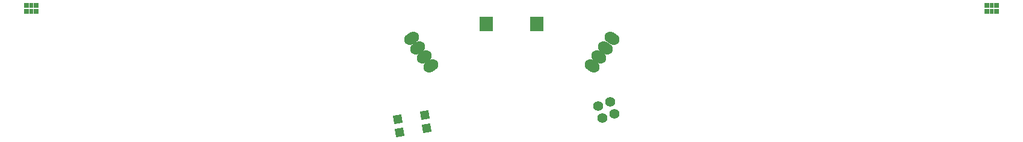
<source format=gbs>
G04*
G04 #@! TF.GenerationSoftware,Altium Limited,Altium Designer,20.2.3 (150)*
G04*
G04 Layer_Color=16711935*
%FSLAX25Y25*%
%MOIN*%
G70*
G04*
G04 #@! TF.SameCoordinates,1A6DCC39-EBF3-408F-891E-A4E00116EB29*
G04*
G04*
G04 #@! TF.FilePolarity,Negative*
G04*
G01*
G75*
%ADD42C,0.05524*%
G04:AMPARAMS|DCode=43|XSize=63.12mil|YSize=86.74mil|CornerRadius=0mil|HoleSize=0mil|Usage=FLASHONLY|Rotation=235.000|XOffset=0mil|YOffset=0mil|HoleType=Round|Shape=Round|*
%AMOVALD43*
21,1,0.02362,0.06312,0.00000,0.00000,325.0*
1,1,0.06312,-0.00968,0.00677*
1,1,0.06312,0.00968,-0.00677*
%
%ADD43OVALD43*%

G04:AMPARAMS|DCode=44|XSize=63.12mil|YSize=86.74mil|CornerRadius=0mil|HoleSize=0mil|Usage=FLASHONLY|Rotation=125.000|XOffset=0mil|YOffset=0mil|HoleType=Round|Shape=Round|*
%AMOVALD44*
21,1,0.02362,0.06312,0.00000,0.00000,215.0*
1,1,0.06312,0.00968,0.00677*
1,1,0.06312,-0.00968,-0.00677*
%
%ADD44OVALD44*%

%ADD67R,0.02572X0.02572*%
%ADD68R,0.02375X0.02572*%
%ADD69P,0.06699X4X144.5*%
%ADD70R,0.07690X0.07887*%
D42*
X47870Y31145D02*
D03*
X50288Y24500D02*
D03*
X56933Y26918D02*
D03*
X54515Y33563D02*
D03*
D43*
X44705Y53262D02*
D03*
X48318Y58421D02*
D03*
X51931Y63582D02*
D03*
X55544Y68742D02*
D03*
D44*
X-44705Y53262D02*
D03*
X-48318Y58421D02*
D03*
X-51931Y63582D02*
D03*
X-55544Y68742D02*
D03*
D67*
X-263284Y83693D02*
D03*
X-268599D02*
D03*
Y87039D02*
D03*
X-263284D02*
D03*
X268598Y83693D02*
D03*
X263283D02*
D03*
Y87039D02*
D03*
X268598D02*
D03*
D68*
X-265941Y83693D02*
D03*
Y87039D02*
D03*
X265941Y83693D02*
D03*
Y87039D02*
D03*
D69*
X-61937Y16327D02*
D03*
X-63178Y23743D02*
D03*
X-46948Y18835D02*
D03*
X-48189Y26252D02*
D03*
D70*
X-14075Y76767D02*
D03*
X14075D02*
D03*
M02*

</source>
